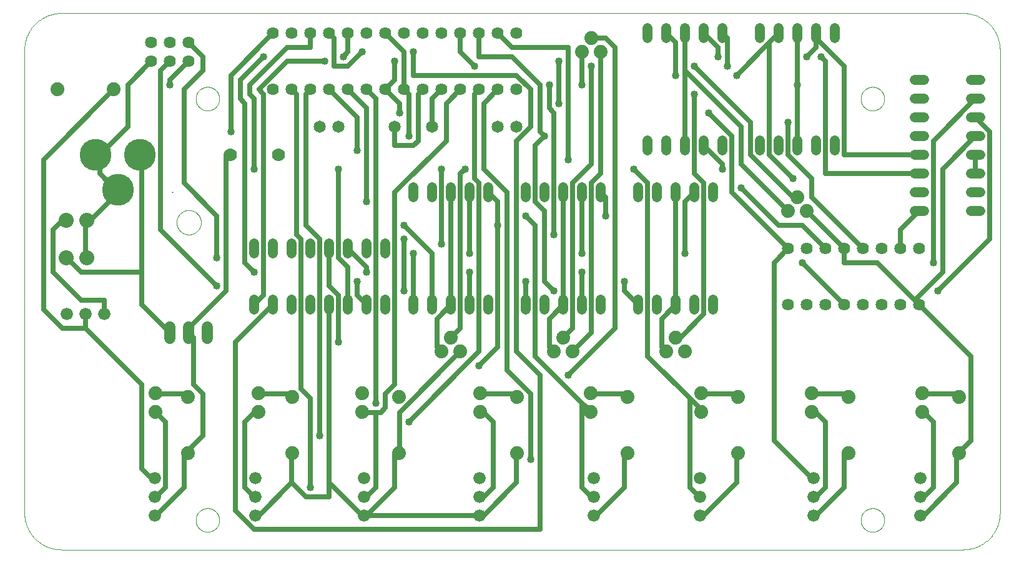
<source format=gtl>
G75*
%MOIN*%
%OFA0B0*%
%FSLAX25Y25*%
%IPPOS*%
%LPD*%
%AMOC8*
5,1,8,0,0,1.08239X$1,22.5*
%
%ADD10C,0.00004*%
%ADD11C,0.05200*%
%ADD12C,0.17000*%
%ADD13C,0.07400*%
%ADD14C,0.06000*%
%ADD15C,0.00000*%
%ADD16C,0.06400*%
%ADD17C,0.08000*%
%ADD18C,0.06500*%
%ADD19C,0.06600*%
%ADD20C,0.07000*%
%ADD21C,0.02500*%
%ADD22C,0.04000*%
D10*
X0020687Y0001002D02*
X0502141Y0001002D01*
X0502617Y0001008D01*
X0503092Y0001025D01*
X0503567Y0001054D01*
X0504041Y0001094D01*
X0504514Y0001146D01*
X0504985Y0001209D01*
X0505455Y0001283D01*
X0505923Y0001369D01*
X0506389Y0001466D01*
X0506852Y0001574D01*
X0507312Y0001693D01*
X0507770Y0001824D01*
X0508224Y0001965D01*
X0508675Y0002118D01*
X0509121Y0002281D01*
X0509564Y0002455D01*
X0510002Y0002640D01*
X0510436Y0002835D01*
X0510865Y0003041D01*
X0511289Y0003257D01*
X0511708Y0003483D01*
X0512121Y0003719D01*
X0512528Y0003965D01*
X0512929Y0004221D01*
X0513323Y0004487D01*
X0513712Y0004762D01*
X0514093Y0005046D01*
X0514467Y0005339D01*
X0514835Y0005641D01*
X0515195Y0005953D01*
X0515547Y0006272D01*
X0515891Y0006600D01*
X0516228Y0006937D01*
X0516556Y0007281D01*
X0516875Y0007633D01*
X0517187Y0007993D01*
X0517489Y0008361D01*
X0517782Y0008735D01*
X0518066Y0009116D01*
X0518341Y0009505D01*
X0518607Y0009899D01*
X0518863Y0010300D01*
X0519109Y0010707D01*
X0519345Y0011120D01*
X0519571Y0011539D01*
X0519787Y0011963D01*
X0519993Y0012392D01*
X0520188Y0012826D01*
X0520373Y0013264D01*
X0520547Y0013707D01*
X0520710Y0014153D01*
X0520863Y0014604D01*
X0521004Y0015058D01*
X0521135Y0015516D01*
X0521254Y0015976D01*
X0521362Y0016439D01*
X0521459Y0016905D01*
X0521545Y0017373D01*
X0521619Y0017843D01*
X0521682Y0018314D01*
X0521734Y0018787D01*
X0521774Y0019261D01*
X0521803Y0019736D01*
X0521820Y0020211D01*
X0521826Y0020687D01*
X0521826Y0267774D01*
X0521820Y0268250D01*
X0521803Y0268725D01*
X0521774Y0269200D01*
X0521734Y0269674D01*
X0521682Y0270147D01*
X0521619Y0270618D01*
X0521545Y0271088D01*
X0521459Y0271556D01*
X0521362Y0272022D01*
X0521254Y0272485D01*
X0521135Y0272945D01*
X0521004Y0273403D01*
X0520863Y0273857D01*
X0520710Y0274308D01*
X0520547Y0274754D01*
X0520373Y0275197D01*
X0520188Y0275635D01*
X0519993Y0276069D01*
X0519787Y0276498D01*
X0519571Y0276922D01*
X0519345Y0277341D01*
X0519109Y0277754D01*
X0518863Y0278161D01*
X0518607Y0278562D01*
X0518341Y0278956D01*
X0518066Y0279345D01*
X0517782Y0279726D01*
X0517489Y0280100D01*
X0517187Y0280468D01*
X0516875Y0280828D01*
X0516556Y0281180D01*
X0516228Y0281524D01*
X0515891Y0281861D01*
X0515547Y0282189D01*
X0515195Y0282508D01*
X0514835Y0282820D01*
X0514467Y0283122D01*
X0514093Y0283415D01*
X0513712Y0283699D01*
X0513323Y0283974D01*
X0512929Y0284240D01*
X0512528Y0284496D01*
X0512121Y0284742D01*
X0511708Y0284978D01*
X0511289Y0285204D01*
X0510865Y0285420D01*
X0510436Y0285626D01*
X0510002Y0285821D01*
X0509564Y0286006D01*
X0509121Y0286180D01*
X0508675Y0286343D01*
X0508224Y0286496D01*
X0507770Y0286637D01*
X0507312Y0286768D01*
X0506852Y0286887D01*
X0506389Y0286995D01*
X0505923Y0287092D01*
X0505455Y0287178D01*
X0504985Y0287252D01*
X0504514Y0287315D01*
X0504041Y0287367D01*
X0503567Y0287407D01*
X0503092Y0287436D01*
X0502617Y0287453D01*
X0502141Y0287459D01*
X0020687Y0287459D01*
X0020211Y0287453D01*
X0019736Y0287436D01*
X0019261Y0287407D01*
X0018787Y0287367D01*
X0018314Y0287315D01*
X0017843Y0287252D01*
X0017373Y0287178D01*
X0016905Y0287092D01*
X0016439Y0286995D01*
X0015976Y0286887D01*
X0015516Y0286768D01*
X0015058Y0286637D01*
X0014604Y0286496D01*
X0014153Y0286343D01*
X0013707Y0286180D01*
X0013264Y0286006D01*
X0012826Y0285821D01*
X0012392Y0285626D01*
X0011963Y0285420D01*
X0011539Y0285204D01*
X0011120Y0284978D01*
X0010707Y0284742D01*
X0010300Y0284496D01*
X0009899Y0284240D01*
X0009505Y0283974D01*
X0009116Y0283699D01*
X0008735Y0283415D01*
X0008361Y0283122D01*
X0007993Y0282820D01*
X0007633Y0282508D01*
X0007281Y0282189D01*
X0006937Y0281861D01*
X0006600Y0281524D01*
X0006272Y0281180D01*
X0005953Y0280828D01*
X0005641Y0280468D01*
X0005339Y0280100D01*
X0005046Y0279726D01*
X0004762Y0279345D01*
X0004487Y0278956D01*
X0004221Y0278562D01*
X0003965Y0278161D01*
X0003719Y0277754D01*
X0003483Y0277341D01*
X0003257Y0276922D01*
X0003041Y0276498D01*
X0002835Y0276069D01*
X0002640Y0275635D01*
X0002455Y0275197D01*
X0002281Y0274754D01*
X0002118Y0274308D01*
X0001965Y0273857D01*
X0001824Y0273403D01*
X0001693Y0272945D01*
X0001574Y0272485D01*
X0001466Y0272022D01*
X0001369Y0271556D01*
X0001283Y0271088D01*
X0001209Y0270618D01*
X0001146Y0270147D01*
X0001094Y0269674D01*
X0001054Y0269200D01*
X0001025Y0268725D01*
X0001008Y0268250D01*
X0001002Y0267774D01*
X0001002Y0020687D01*
X0001008Y0020211D01*
X0001025Y0019736D01*
X0001054Y0019261D01*
X0001094Y0018787D01*
X0001146Y0018314D01*
X0001209Y0017843D01*
X0001283Y0017373D01*
X0001369Y0016905D01*
X0001466Y0016439D01*
X0001574Y0015976D01*
X0001693Y0015516D01*
X0001824Y0015058D01*
X0001965Y0014604D01*
X0002118Y0014153D01*
X0002281Y0013707D01*
X0002455Y0013264D01*
X0002640Y0012826D01*
X0002835Y0012392D01*
X0003041Y0011963D01*
X0003257Y0011539D01*
X0003483Y0011120D01*
X0003719Y0010707D01*
X0003965Y0010300D01*
X0004221Y0009899D01*
X0004487Y0009505D01*
X0004762Y0009116D01*
X0005046Y0008735D01*
X0005339Y0008361D01*
X0005641Y0007993D01*
X0005953Y0007633D01*
X0006272Y0007281D01*
X0006600Y0006937D01*
X0006937Y0006600D01*
X0007281Y0006272D01*
X0007633Y0005953D01*
X0007993Y0005641D01*
X0008361Y0005339D01*
X0008735Y0005046D01*
X0009116Y0004762D01*
X0009505Y0004487D01*
X0009899Y0004221D01*
X0010300Y0003965D01*
X0010707Y0003719D01*
X0011120Y0003483D01*
X0011539Y0003257D01*
X0011963Y0003041D01*
X0012392Y0002835D01*
X0012826Y0002640D01*
X0013264Y0002455D01*
X0013707Y0002281D01*
X0014153Y0002118D01*
X0014604Y0001965D01*
X0015058Y0001824D01*
X0015516Y0001693D01*
X0015976Y0001574D01*
X0016439Y0001466D01*
X0016905Y0001369D01*
X0017373Y0001283D01*
X0017843Y0001209D01*
X0018314Y0001146D01*
X0018787Y0001094D01*
X0019261Y0001054D01*
X0019736Y0001025D01*
X0020211Y0001008D01*
X0020687Y0001002D01*
X0092492Y0016750D02*
X0092494Y0016908D01*
X0092500Y0017066D01*
X0092510Y0017224D01*
X0092524Y0017382D01*
X0092542Y0017539D01*
X0092563Y0017696D01*
X0092589Y0017852D01*
X0092619Y0018008D01*
X0092652Y0018163D01*
X0092690Y0018316D01*
X0092731Y0018469D01*
X0092776Y0018621D01*
X0092825Y0018772D01*
X0092878Y0018921D01*
X0092934Y0019069D01*
X0092994Y0019215D01*
X0093058Y0019360D01*
X0093126Y0019503D01*
X0093197Y0019645D01*
X0093271Y0019785D01*
X0093349Y0019922D01*
X0093431Y0020058D01*
X0093515Y0020192D01*
X0093604Y0020323D01*
X0093695Y0020452D01*
X0093790Y0020579D01*
X0093887Y0020704D01*
X0093988Y0020826D01*
X0094092Y0020945D01*
X0094199Y0021062D01*
X0094309Y0021176D01*
X0094422Y0021287D01*
X0094537Y0021396D01*
X0094655Y0021501D01*
X0094776Y0021603D01*
X0094899Y0021703D01*
X0095025Y0021799D01*
X0095153Y0021892D01*
X0095283Y0021982D01*
X0095416Y0022068D01*
X0095551Y0022152D01*
X0095687Y0022231D01*
X0095826Y0022308D01*
X0095967Y0022380D01*
X0096109Y0022450D01*
X0096253Y0022515D01*
X0096399Y0022577D01*
X0096546Y0022635D01*
X0096695Y0022690D01*
X0096845Y0022741D01*
X0096996Y0022788D01*
X0097148Y0022831D01*
X0097301Y0022870D01*
X0097456Y0022906D01*
X0097611Y0022937D01*
X0097767Y0022965D01*
X0097923Y0022989D01*
X0098080Y0023009D01*
X0098238Y0023025D01*
X0098395Y0023037D01*
X0098554Y0023045D01*
X0098712Y0023049D01*
X0098870Y0023049D01*
X0099028Y0023045D01*
X0099187Y0023037D01*
X0099344Y0023025D01*
X0099502Y0023009D01*
X0099659Y0022989D01*
X0099815Y0022965D01*
X0099971Y0022937D01*
X0100126Y0022906D01*
X0100281Y0022870D01*
X0100434Y0022831D01*
X0100586Y0022788D01*
X0100737Y0022741D01*
X0100887Y0022690D01*
X0101036Y0022635D01*
X0101183Y0022577D01*
X0101329Y0022515D01*
X0101473Y0022450D01*
X0101615Y0022380D01*
X0101756Y0022308D01*
X0101895Y0022231D01*
X0102031Y0022152D01*
X0102166Y0022068D01*
X0102299Y0021982D01*
X0102429Y0021892D01*
X0102557Y0021799D01*
X0102683Y0021703D01*
X0102806Y0021603D01*
X0102927Y0021501D01*
X0103045Y0021396D01*
X0103160Y0021287D01*
X0103273Y0021176D01*
X0103383Y0021062D01*
X0103490Y0020945D01*
X0103594Y0020826D01*
X0103695Y0020704D01*
X0103792Y0020579D01*
X0103887Y0020452D01*
X0103978Y0020323D01*
X0104067Y0020192D01*
X0104151Y0020058D01*
X0104233Y0019922D01*
X0104311Y0019785D01*
X0104385Y0019645D01*
X0104456Y0019503D01*
X0104524Y0019360D01*
X0104588Y0019215D01*
X0104648Y0019069D01*
X0104704Y0018921D01*
X0104757Y0018772D01*
X0104806Y0018621D01*
X0104851Y0018469D01*
X0104892Y0018316D01*
X0104930Y0018163D01*
X0104963Y0018008D01*
X0104993Y0017852D01*
X0105019Y0017696D01*
X0105040Y0017539D01*
X0105058Y0017382D01*
X0105072Y0017224D01*
X0105082Y0017066D01*
X0105088Y0016908D01*
X0105090Y0016750D01*
X0105088Y0016592D01*
X0105082Y0016434D01*
X0105072Y0016276D01*
X0105058Y0016118D01*
X0105040Y0015961D01*
X0105019Y0015804D01*
X0104993Y0015648D01*
X0104963Y0015492D01*
X0104930Y0015337D01*
X0104892Y0015184D01*
X0104851Y0015031D01*
X0104806Y0014879D01*
X0104757Y0014728D01*
X0104704Y0014579D01*
X0104648Y0014431D01*
X0104588Y0014285D01*
X0104524Y0014140D01*
X0104456Y0013997D01*
X0104385Y0013855D01*
X0104311Y0013715D01*
X0104233Y0013578D01*
X0104151Y0013442D01*
X0104067Y0013308D01*
X0103978Y0013177D01*
X0103887Y0013048D01*
X0103792Y0012921D01*
X0103695Y0012796D01*
X0103594Y0012674D01*
X0103490Y0012555D01*
X0103383Y0012438D01*
X0103273Y0012324D01*
X0103160Y0012213D01*
X0103045Y0012104D01*
X0102927Y0011999D01*
X0102806Y0011897D01*
X0102683Y0011797D01*
X0102557Y0011701D01*
X0102429Y0011608D01*
X0102299Y0011518D01*
X0102166Y0011432D01*
X0102031Y0011348D01*
X0101895Y0011269D01*
X0101756Y0011192D01*
X0101615Y0011120D01*
X0101473Y0011050D01*
X0101329Y0010985D01*
X0101183Y0010923D01*
X0101036Y0010865D01*
X0100887Y0010810D01*
X0100737Y0010759D01*
X0100586Y0010712D01*
X0100434Y0010669D01*
X0100281Y0010630D01*
X0100126Y0010594D01*
X0099971Y0010563D01*
X0099815Y0010535D01*
X0099659Y0010511D01*
X0099502Y0010491D01*
X0099344Y0010475D01*
X0099187Y0010463D01*
X0099028Y0010455D01*
X0098870Y0010451D01*
X0098712Y0010451D01*
X0098554Y0010455D01*
X0098395Y0010463D01*
X0098238Y0010475D01*
X0098080Y0010491D01*
X0097923Y0010511D01*
X0097767Y0010535D01*
X0097611Y0010563D01*
X0097456Y0010594D01*
X0097301Y0010630D01*
X0097148Y0010669D01*
X0096996Y0010712D01*
X0096845Y0010759D01*
X0096695Y0010810D01*
X0096546Y0010865D01*
X0096399Y0010923D01*
X0096253Y0010985D01*
X0096109Y0011050D01*
X0095967Y0011120D01*
X0095826Y0011192D01*
X0095687Y0011269D01*
X0095551Y0011348D01*
X0095416Y0011432D01*
X0095283Y0011518D01*
X0095153Y0011608D01*
X0095025Y0011701D01*
X0094899Y0011797D01*
X0094776Y0011897D01*
X0094655Y0011999D01*
X0094537Y0012104D01*
X0094422Y0012213D01*
X0094309Y0012324D01*
X0094199Y0012438D01*
X0094092Y0012555D01*
X0093988Y0012674D01*
X0093887Y0012796D01*
X0093790Y0012921D01*
X0093695Y0013048D01*
X0093604Y0013177D01*
X0093515Y0013308D01*
X0093431Y0013442D01*
X0093349Y0013578D01*
X0093271Y0013715D01*
X0093197Y0013855D01*
X0093126Y0013997D01*
X0093058Y0014140D01*
X0092994Y0014285D01*
X0092934Y0014431D01*
X0092878Y0014579D01*
X0092825Y0014728D01*
X0092776Y0014879D01*
X0092731Y0015031D01*
X0092690Y0015184D01*
X0092652Y0015337D01*
X0092619Y0015492D01*
X0092589Y0015648D01*
X0092563Y0015804D01*
X0092542Y0015961D01*
X0092524Y0016118D01*
X0092510Y0016276D01*
X0092500Y0016434D01*
X0092494Y0016592D01*
X0092492Y0016750D01*
X0080005Y0191704D02*
X0079978Y0191706D01*
X0079951Y0191711D01*
X0079925Y0191721D01*
X0079901Y0191733D01*
X0079879Y0191749D01*
X0079859Y0191767D01*
X0079842Y0191789D01*
X0079827Y0191812D01*
X0079817Y0191837D01*
X0079809Y0191863D01*
X0079805Y0191890D01*
X0079805Y0191918D01*
X0079809Y0191945D01*
X0079817Y0191971D01*
X0079827Y0191996D01*
X0079842Y0192019D01*
X0079859Y0192041D01*
X0079879Y0192059D01*
X0079901Y0192075D01*
X0079925Y0192087D01*
X0079951Y0192097D01*
X0079978Y0192102D01*
X0080005Y0192104D01*
X0079978Y0192102D01*
X0079951Y0192097D01*
X0079925Y0192087D01*
X0079901Y0192075D01*
X0079879Y0192059D01*
X0079859Y0192041D01*
X0079842Y0192019D01*
X0079827Y0191996D01*
X0079817Y0191971D01*
X0079809Y0191945D01*
X0079805Y0191918D01*
X0079805Y0191890D01*
X0079809Y0191863D01*
X0079817Y0191837D01*
X0079827Y0191812D01*
X0079842Y0191789D01*
X0079859Y0191767D01*
X0079879Y0191749D01*
X0079901Y0191733D01*
X0079925Y0191721D01*
X0079951Y0191711D01*
X0079978Y0191706D01*
X0080005Y0191704D01*
X0080031Y0191706D01*
X0080057Y0191711D01*
X0080082Y0191719D01*
X0080105Y0191731D01*
X0080127Y0191745D01*
X0080146Y0191763D01*
X0080164Y0191782D01*
X0080178Y0191804D01*
X0080190Y0191827D01*
X0080198Y0191852D01*
X0080203Y0191878D01*
X0080205Y0191904D01*
X0080005Y0191704D02*
X0079979Y0191706D01*
X0079953Y0191711D01*
X0079928Y0191719D01*
X0079905Y0191731D01*
X0079883Y0191745D01*
X0079864Y0191763D01*
X0079846Y0191782D01*
X0079832Y0191804D01*
X0079820Y0191827D01*
X0079812Y0191852D01*
X0079807Y0191878D01*
X0079805Y0191904D01*
X0092492Y0241750D02*
X0092494Y0241908D01*
X0092500Y0242066D01*
X0092510Y0242224D01*
X0092524Y0242382D01*
X0092542Y0242539D01*
X0092563Y0242696D01*
X0092589Y0242852D01*
X0092619Y0243008D01*
X0092652Y0243163D01*
X0092690Y0243316D01*
X0092731Y0243469D01*
X0092776Y0243621D01*
X0092825Y0243772D01*
X0092878Y0243921D01*
X0092934Y0244069D01*
X0092994Y0244215D01*
X0093058Y0244360D01*
X0093126Y0244503D01*
X0093197Y0244645D01*
X0093271Y0244785D01*
X0093349Y0244922D01*
X0093431Y0245058D01*
X0093515Y0245192D01*
X0093604Y0245323D01*
X0093695Y0245452D01*
X0093790Y0245579D01*
X0093887Y0245704D01*
X0093988Y0245826D01*
X0094092Y0245945D01*
X0094199Y0246062D01*
X0094309Y0246176D01*
X0094422Y0246287D01*
X0094537Y0246396D01*
X0094655Y0246501D01*
X0094776Y0246603D01*
X0094899Y0246703D01*
X0095025Y0246799D01*
X0095153Y0246892D01*
X0095283Y0246982D01*
X0095416Y0247068D01*
X0095551Y0247152D01*
X0095687Y0247231D01*
X0095826Y0247308D01*
X0095967Y0247380D01*
X0096109Y0247450D01*
X0096253Y0247515D01*
X0096399Y0247577D01*
X0096546Y0247635D01*
X0096695Y0247690D01*
X0096845Y0247741D01*
X0096996Y0247788D01*
X0097148Y0247831D01*
X0097301Y0247870D01*
X0097456Y0247906D01*
X0097611Y0247937D01*
X0097767Y0247965D01*
X0097923Y0247989D01*
X0098080Y0248009D01*
X0098238Y0248025D01*
X0098395Y0248037D01*
X0098554Y0248045D01*
X0098712Y0248049D01*
X0098870Y0248049D01*
X0099028Y0248045D01*
X0099187Y0248037D01*
X0099344Y0248025D01*
X0099502Y0248009D01*
X0099659Y0247989D01*
X0099815Y0247965D01*
X0099971Y0247937D01*
X0100126Y0247906D01*
X0100281Y0247870D01*
X0100434Y0247831D01*
X0100586Y0247788D01*
X0100737Y0247741D01*
X0100887Y0247690D01*
X0101036Y0247635D01*
X0101183Y0247577D01*
X0101329Y0247515D01*
X0101473Y0247450D01*
X0101615Y0247380D01*
X0101756Y0247308D01*
X0101895Y0247231D01*
X0102031Y0247152D01*
X0102166Y0247068D01*
X0102299Y0246982D01*
X0102429Y0246892D01*
X0102557Y0246799D01*
X0102683Y0246703D01*
X0102806Y0246603D01*
X0102927Y0246501D01*
X0103045Y0246396D01*
X0103160Y0246287D01*
X0103273Y0246176D01*
X0103383Y0246062D01*
X0103490Y0245945D01*
X0103594Y0245826D01*
X0103695Y0245704D01*
X0103792Y0245579D01*
X0103887Y0245452D01*
X0103978Y0245323D01*
X0104067Y0245192D01*
X0104151Y0245058D01*
X0104233Y0244922D01*
X0104311Y0244785D01*
X0104385Y0244645D01*
X0104456Y0244503D01*
X0104524Y0244360D01*
X0104588Y0244215D01*
X0104648Y0244069D01*
X0104704Y0243921D01*
X0104757Y0243772D01*
X0104806Y0243621D01*
X0104851Y0243469D01*
X0104892Y0243316D01*
X0104930Y0243163D01*
X0104963Y0243008D01*
X0104993Y0242852D01*
X0105019Y0242696D01*
X0105040Y0242539D01*
X0105058Y0242382D01*
X0105072Y0242224D01*
X0105082Y0242066D01*
X0105088Y0241908D01*
X0105090Y0241750D01*
X0105088Y0241592D01*
X0105082Y0241434D01*
X0105072Y0241276D01*
X0105058Y0241118D01*
X0105040Y0240961D01*
X0105019Y0240804D01*
X0104993Y0240648D01*
X0104963Y0240492D01*
X0104930Y0240337D01*
X0104892Y0240184D01*
X0104851Y0240031D01*
X0104806Y0239879D01*
X0104757Y0239728D01*
X0104704Y0239579D01*
X0104648Y0239431D01*
X0104588Y0239285D01*
X0104524Y0239140D01*
X0104456Y0238997D01*
X0104385Y0238855D01*
X0104311Y0238715D01*
X0104233Y0238578D01*
X0104151Y0238442D01*
X0104067Y0238308D01*
X0103978Y0238177D01*
X0103887Y0238048D01*
X0103792Y0237921D01*
X0103695Y0237796D01*
X0103594Y0237674D01*
X0103490Y0237555D01*
X0103383Y0237438D01*
X0103273Y0237324D01*
X0103160Y0237213D01*
X0103045Y0237104D01*
X0102927Y0236999D01*
X0102806Y0236897D01*
X0102683Y0236797D01*
X0102557Y0236701D01*
X0102429Y0236608D01*
X0102299Y0236518D01*
X0102166Y0236432D01*
X0102031Y0236348D01*
X0101895Y0236269D01*
X0101756Y0236192D01*
X0101615Y0236120D01*
X0101473Y0236050D01*
X0101329Y0235985D01*
X0101183Y0235923D01*
X0101036Y0235865D01*
X0100887Y0235810D01*
X0100737Y0235759D01*
X0100586Y0235712D01*
X0100434Y0235669D01*
X0100281Y0235630D01*
X0100126Y0235594D01*
X0099971Y0235563D01*
X0099815Y0235535D01*
X0099659Y0235511D01*
X0099502Y0235491D01*
X0099344Y0235475D01*
X0099187Y0235463D01*
X0099028Y0235455D01*
X0098870Y0235451D01*
X0098712Y0235451D01*
X0098554Y0235455D01*
X0098395Y0235463D01*
X0098238Y0235475D01*
X0098080Y0235491D01*
X0097923Y0235511D01*
X0097767Y0235535D01*
X0097611Y0235563D01*
X0097456Y0235594D01*
X0097301Y0235630D01*
X0097148Y0235669D01*
X0096996Y0235712D01*
X0096845Y0235759D01*
X0096695Y0235810D01*
X0096546Y0235865D01*
X0096399Y0235923D01*
X0096253Y0235985D01*
X0096109Y0236050D01*
X0095967Y0236120D01*
X0095826Y0236192D01*
X0095687Y0236269D01*
X0095551Y0236348D01*
X0095416Y0236432D01*
X0095283Y0236518D01*
X0095153Y0236608D01*
X0095025Y0236701D01*
X0094899Y0236797D01*
X0094776Y0236897D01*
X0094655Y0236999D01*
X0094537Y0237104D01*
X0094422Y0237213D01*
X0094309Y0237324D01*
X0094199Y0237438D01*
X0094092Y0237555D01*
X0093988Y0237674D01*
X0093887Y0237796D01*
X0093790Y0237921D01*
X0093695Y0238048D01*
X0093604Y0238177D01*
X0093515Y0238308D01*
X0093431Y0238442D01*
X0093349Y0238578D01*
X0093271Y0238715D01*
X0093197Y0238855D01*
X0093126Y0238997D01*
X0093058Y0239140D01*
X0092994Y0239285D01*
X0092934Y0239431D01*
X0092878Y0239579D01*
X0092825Y0239728D01*
X0092776Y0239879D01*
X0092731Y0240031D01*
X0092690Y0240184D01*
X0092652Y0240337D01*
X0092619Y0240492D01*
X0092589Y0240648D01*
X0092563Y0240804D01*
X0092542Y0240961D01*
X0092524Y0241118D01*
X0092510Y0241276D01*
X0092500Y0241434D01*
X0092494Y0241592D01*
X0092492Y0241750D01*
X0447492Y0241750D02*
X0447494Y0241908D01*
X0447500Y0242066D01*
X0447510Y0242224D01*
X0447524Y0242382D01*
X0447542Y0242539D01*
X0447563Y0242696D01*
X0447589Y0242852D01*
X0447619Y0243008D01*
X0447652Y0243163D01*
X0447690Y0243316D01*
X0447731Y0243469D01*
X0447776Y0243621D01*
X0447825Y0243772D01*
X0447878Y0243921D01*
X0447934Y0244069D01*
X0447994Y0244215D01*
X0448058Y0244360D01*
X0448126Y0244503D01*
X0448197Y0244645D01*
X0448271Y0244785D01*
X0448349Y0244922D01*
X0448431Y0245058D01*
X0448515Y0245192D01*
X0448604Y0245323D01*
X0448695Y0245452D01*
X0448790Y0245579D01*
X0448887Y0245704D01*
X0448988Y0245826D01*
X0449092Y0245945D01*
X0449199Y0246062D01*
X0449309Y0246176D01*
X0449422Y0246287D01*
X0449537Y0246396D01*
X0449655Y0246501D01*
X0449776Y0246603D01*
X0449899Y0246703D01*
X0450025Y0246799D01*
X0450153Y0246892D01*
X0450283Y0246982D01*
X0450416Y0247068D01*
X0450551Y0247152D01*
X0450687Y0247231D01*
X0450826Y0247308D01*
X0450967Y0247380D01*
X0451109Y0247450D01*
X0451253Y0247515D01*
X0451399Y0247577D01*
X0451546Y0247635D01*
X0451695Y0247690D01*
X0451845Y0247741D01*
X0451996Y0247788D01*
X0452148Y0247831D01*
X0452301Y0247870D01*
X0452456Y0247906D01*
X0452611Y0247937D01*
X0452767Y0247965D01*
X0452923Y0247989D01*
X0453080Y0248009D01*
X0453238Y0248025D01*
X0453395Y0248037D01*
X0453554Y0248045D01*
X0453712Y0248049D01*
X0453870Y0248049D01*
X0454028Y0248045D01*
X0454187Y0248037D01*
X0454344Y0248025D01*
X0454502Y0248009D01*
X0454659Y0247989D01*
X0454815Y0247965D01*
X0454971Y0247937D01*
X0455126Y0247906D01*
X0455281Y0247870D01*
X0455434Y0247831D01*
X0455586Y0247788D01*
X0455737Y0247741D01*
X0455887Y0247690D01*
X0456036Y0247635D01*
X0456183Y0247577D01*
X0456329Y0247515D01*
X0456473Y0247450D01*
X0456615Y0247380D01*
X0456756Y0247308D01*
X0456895Y0247231D01*
X0457031Y0247152D01*
X0457166Y0247068D01*
X0457299Y0246982D01*
X0457429Y0246892D01*
X0457557Y0246799D01*
X0457683Y0246703D01*
X0457806Y0246603D01*
X0457927Y0246501D01*
X0458045Y0246396D01*
X0458160Y0246287D01*
X0458273Y0246176D01*
X0458383Y0246062D01*
X0458490Y0245945D01*
X0458594Y0245826D01*
X0458695Y0245704D01*
X0458792Y0245579D01*
X0458887Y0245452D01*
X0458978Y0245323D01*
X0459067Y0245192D01*
X0459151Y0245058D01*
X0459233Y0244922D01*
X0459311Y0244785D01*
X0459385Y0244645D01*
X0459456Y0244503D01*
X0459524Y0244360D01*
X0459588Y0244215D01*
X0459648Y0244069D01*
X0459704Y0243921D01*
X0459757Y0243772D01*
X0459806Y0243621D01*
X0459851Y0243469D01*
X0459892Y0243316D01*
X0459930Y0243163D01*
X0459963Y0243008D01*
X0459993Y0242852D01*
X0460019Y0242696D01*
X0460040Y0242539D01*
X0460058Y0242382D01*
X0460072Y0242224D01*
X0460082Y0242066D01*
X0460088Y0241908D01*
X0460090Y0241750D01*
X0460088Y0241592D01*
X0460082Y0241434D01*
X0460072Y0241276D01*
X0460058Y0241118D01*
X0460040Y0240961D01*
X0460019Y0240804D01*
X0459993Y0240648D01*
X0459963Y0240492D01*
X0459930Y0240337D01*
X0459892Y0240184D01*
X0459851Y0240031D01*
X0459806Y0239879D01*
X0459757Y0239728D01*
X0459704Y0239579D01*
X0459648Y0239431D01*
X0459588Y0239285D01*
X0459524Y0239140D01*
X0459456Y0238997D01*
X0459385Y0238855D01*
X0459311Y0238715D01*
X0459233Y0238578D01*
X0459151Y0238442D01*
X0459067Y0238308D01*
X0458978Y0238177D01*
X0458887Y0238048D01*
X0458792Y0237921D01*
X0458695Y0237796D01*
X0458594Y0237674D01*
X0458490Y0237555D01*
X0458383Y0237438D01*
X0458273Y0237324D01*
X0458160Y0237213D01*
X0458045Y0237104D01*
X0457927Y0236999D01*
X0457806Y0236897D01*
X0457683Y0236797D01*
X0457557Y0236701D01*
X0457429Y0236608D01*
X0457299Y0236518D01*
X0457166Y0236432D01*
X0457031Y0236348D01*
X0456895Y0236269D01*
X0456756Y0236192D01*
X0456615Y0236120D01*
X0456473Y0236050D01*
X0456329Y0235985D01*
X0456183Y0235923D01*
X0456036Y0235865D01*
X0455887Y0235810D01*
X0455737Y0235759D01*
X0455586Y0235712D01*
X0455434Y0235669D01*
X0455281Y0235630D01*
X0455126Y0235594D01*
X0454971Y0235563D01*
X0454815Y0235535D01*
X0454659Y0235511D01*
X0454502Y0235491D01*
X0454344Y0235475D01*
X0454187Y0235463D01*
X0454028Y0235455D01*
X0453870Y0235451D01*
X0453712Y0235451D01*
X0453554Y0235455D01*
X0453395Y0235463D01*
X0453238Y0235475D01*
X0453080Y0235491D01*
X0452923Y0235511D01*
X0452767Y0235535D01*
X0452611Y0235563D01*
X0452456Y0235594D01*
X0452301Y0235630D01*
X0452148Y0235669D01*
X0451996Y0235712D01*
X0451845Y0235759D01*
X0451695Y0235810D01*
X0451546Y0235865D01*
X0451399Y0235923D01*
X0451253Y0235985D01*
X0451109Y0236050D01*
X0450967Y0236120D01*
X0450826Y0236192D01*
X0450687Y0236269D01*
X0450551Y0236348D01*
X0450416Y0236432D01*
X0450283Y0236518D01*
X0450153Y0236608D01*
X0450025Y0236701D01*
X0449899Y0236797D01*
X0449776Y0236897D01*
X0449655Y0236999D01*
X0449537Y0237104D01*
X0449422Y0237213D01*
X0449309Y0237324D01*
X0449199Y0237438D01*
X0449092Y0237555D01*
X0448988Y0237674D01*
X0448887Y0237796D01*
X0448790Y0237921D01*
X0448695Y0238048D01*
X0448604Y0238177D01*
X0448515Y0238308D01*
X0448431Y0238442D01*
X0448349Y0238578D01*
X0448271Y0238715D01*
X0448197Y0238855D01*
X0448126Y0238997D01*
X0448058Y0239140D01*
X0447994Y0239285D01*
X0447934Y0239431D01*
X0447878Y0239579D01*
X0447825Y0239728D01*
X0447776Y0239879D01*
X0447731Y0240031D01*
X0447690Y0240184D01*
X0447652Y0240337D01*
X0447619Y0240492D01*
X0447589Y0240648D01*
X0447563Y0240804D01*
X0447542Y0240961D01*
X0447524Y0241118D01*
X0447510Y0241276D01*
X0447500Y0241434D01*
X0447494Y0241592D01*
X0447492Y0241750D01*
X0447492Y0016750D02*
X0447494Y0016908D01*
X0447500Y0017066D01*
X0447510Y0017224D01*
X0447524Y0017382D01*
X0447542Y0017539D01*
X0447563Y0017696D01*
X0447589Y0017852D01*
X0447619Y0018008D01*
X0447652Y0018163D01*
X0447690Y0018316D01*
X0447731Y0018469D01*
X0447776Y0018621D01*
X0447825Y0018772D01*
X0447878Y0018921D01*
X0447934Y0019069D01*
X0447994Y0019215D01*
X0448058Y0019360D01*
X0448126Y0019503D01*
X0448197Y0019645D01*
X0448271Y0019785D01*
X0448349Y0019922D01*
X0448431Y0020058D01*
X0448515Y0020192D01*
X0448604Y0020323D01*
X0448695Y0020452D01*
X0448790Y0020579D01*
X0448887Y0020704D01*
X0448988Y0020826D01*
X0449092Y0020945D01*
X0449199Y0021062D01*
X0449309Y0021176D01*
X0449422Y0021287D01*
X0449537Y0021396D01*
X0449655Y0021501D01*
X0449776Y0021603D01*
X0449899Y0021703D01*
X0450025Y0021799D01*
X0450153Y0021892D01*
X0450283Y0021982D01*
X0450416Y0022068D01*
X0450551Y0022152D01*
X0450687Y0022231D01*
X0450826Y0022308D01*
X0450967Y0022380D01*
X0451109Y0022450D01*
X0451253Y0022515D01*
X0451399Y0022577D01*
X0451546Y0022635D01*
X0451695Y0022690D01*
X0451845Y0022741D01*
X0451996Y0022788D01*
X0452148Y0022831D01*
X0452301Y0022870D01*
X0452456Y0022906D01*
X0452611Y0022937D01*
X0452767Y0022965D01*
X0452923Y0022989D01*
X0453080Y0023009D01*
X0453238Y0023025D01*
X0453395Y0023037D01*
X0453554Y0023045D01*
X0453712Y0023049D01*
X0453870Y0023049D01*
X0454028Y0023045D01*
X0454187Y0023037D01*
X0454344Y0023025D01*
X0454502Y0023009D01*
X0454659Y0022989D01*
X0454815Y0022965D01*
X0454971Y0022937D01*
X0455126Y0022906D01*
X0455281Y0022870D01*
X0455434Y0022831D01*
X0455586Y0022788D01*
X0455737Y0022741D01*
X0455887Y0022690D01*
X0456036Y0022635D01*
X0456183Y0022577D01*
X0456329Y0022515D01*
X0456473Y0022450D01*
X0456615Y0022380D01*
X0456756Y0022308D01*
X0456895Y0022231D01*
X0457031Y0022152D01*
X0457166Y0022068D01*
X0457299Y0021982D01*
X0457429Y0021892D01*
X0457557Y0021799D01*
X0457683Y0021703D01*
X0457806Y0021603D01*
X0457927Y0021501D01*
X0458045Y0021396D01*
X0458160Y0021287D01*
X0458273Y0021176D01*
X0458383Y0021062D01*
X0458490Y0020945D01*
X0458594Y0020826D01*
X0458695Y0020704D01*
X0458792Y0020579D01*
X0458887Y0020452D01*
X0458978Y0020323D01*
X0459067Y0020192D01*
X0459151Y0020058D01*
X0459233Y0019922D01*
X0459311Y0019785D01*
X0459385Y0019645D01*
X0459456Y0019503D01*
X0459524Y0019360D01*
X0459588Y0019215D01*
X0459648Y0019069D01*
X0459704Y0018921D01*
X0459757Y0018772D01*
X0459806Y0018621D01*
X0459851Y0018469D01*
X0459892Y0018316D01*
X0459930Y0018163D01*
X0459963Y0018008D01*
X0459993Y0017852D01*
X0460019Y0017696D01*
X0460040Y0017539D01*
X0460058Y0017382D01*
X0460072Y0017224D01*
X0460082Y0017066D01*
X0460088Y0016908D01*
X0460090Y0016750D01*
X0460088Y0016592D01*
X0460082Y0016434D01*
X0460072Y0016276D01*
X0460058Y0016118D01*
X0460040Y0015961D01*
X0460019Y0015804D01*
X0459993Y0015648D01*
X0459963Y0015492D01*
X0459930Y0015337D01*
X0459892Y0015184D01*
X0459851Y0015031D01*
X0459806Y0014879D01*
X0459757Y0014728D01*
X0459704Y0014579D01*
X0459648Y0014431D01*
X0459588Y0014285D01*
X0459524Y0014140D01*
X0459456Y0013997D01*
X0459385Y0013855D01*
X0459311Y0013715D01*
X0459233Y0013578D01*
X0459151Y0013442D01*
X0459067Y0013308D01*
X0458978Y0013177D01*
X0458887Y0013048D01*
X0458792Y0012921D01*
X0458695Y0012796D01*
X0458594Y0012674D01*
X0458490Y0012555D01*
X0458383Y0012438D01*
X0458273Y0012324D01*
X0458160Y0012213D01*
X0458045Y0012104D01*
X0457927Y0011999D01*
X0457806Y0011897D01*
X0457683Y0011797D01*
X0457557Y0011701D01*
X0457429Y0011608D01*
X0457299Y0011518D01*
X0457166Y0011432D01*
X0457031Y0011348D01*
X0456895Y0011269D01*
X0456756Y0011192D01*
X0456615Y0011120D01*
X0456473Y0011050D01*
X0456329Y0010985D01*
X0456183Y0010923D01*
X0456036Y0010865D01*
X0455887Y0010810D01*
X0455737Y0010759D01*
X0455586Y0010712D01*
X0455434Y0010669D01*
X0455281Y0010630D01*
X0455126Y0010594D01*
X0454971Y0010563D01*
X0454815Y0010535D01*
X0454659Y0010511D01*
X0454502Y0010491D01*
X0454344Y0010475D01*
X0454187Y0010463D01*
X0454028Y0010455D01*
X0453870Y0010451D01*
X0453712Y0010451D01*
X0453554Y0010455D01*
X0453395Y0010463D01*
X0453238Y0010475D01*
X0453080Y0010491D01*
X0452923Y0010511D01*
X0452767Y0010535D01*
X0452611Y0010563D01*
X0452456Y0010594D01*
X0452301Y0010630D01*
X0452148Y0010669D01*
X0451996Y0010712D01*
X0451845Y0010759D01*
X0451695Y0010810D01*
X0451546Y0010865D01*
X0451399Y0010923D01*
X0451253Y0010985D01*
X0451109Y0011050D01*
X0450967Y0011120D01*
X0450826Y0011192D01*
X0450687Y0011269D01*
X0450551Y0011348D01*
X0450416Y0011432D01*
X0450283Y0011518D01*
X0450153Y0011608D01*
X0450025Y0011701D01*
X0449899Y0011797D01*
X0449776Y0011897D01*
X0449655Y0011999D01*
X0449537Y0012104D01*
X0449422Y0012213D01*
X0449309Y0012324D01*
X0449199Y0012438D01*
X0449092Y0012555D01*
X0448988Y0012674D01*
X0448887Y0012796D01*
X0448790Y0012921D01*
X0448695Y0013048D01*
X0448604Y0013177D01*
X0448515Y0013308D01*
X0448431Y0013442D01*
X0448349Y0013578D01*
X0448271Y0013715D01*
X0448197Y0013855D01*
X0448126Y0013997D01*
X0448058Y0014140D01*
X0447994Y0014285D01*
X0447934Y0014431D01*
X0447878Y0014579D01*
X0447825Y0014728D01*
X0447776Y0014879D01*
X0447731Y0015031D01*
X0447690Y0015184D01*
X0447652Y0015337D01*
X0447619Y0015492D01*
X0447589Y0015648D01*
X0447563Y0015804D01*
X0447542Y0015961D01*
X0447524Y0016118D01*
X0447510Y0016276D01*
X0447500Y0016434D01*
X0447494Y0016592D01*
X0447492Y0016750D01*
D11*
X0368791Y0129150D02*
X0368791Y0134350D01*
X0358791Y0134350D02*
X0358791Y0129150D01*
X0348791Y0129150D02*
X0348791Y0134350D01*
X0338791Y0134350D02*
X0338791Y0129150D01*
X0328791Y0129150D02*
X0328791Y0134350D01*
X0308791Y0134350D02*
X0308791Y0129150D01*
X0298791Y0129150D02*
X0298791Y0134350D01*
X0288791Y0134350D02*
X0288791Y0129150D01*
X0278791Y0129150D02*
X0278791Y0134350D01*
X0268791Y0134350D02*
X0268791Y0129150D01*
X0248791Y0129150D02*
X0248791Y0134350D01*
X0238791Y0134350D02*
X0238791Y0129150D01*
X0228791Y0129150D02*
X0228791Y0134350D01*
X0218791Y0134350D02*
X0218791Y0129150D01*
X0208791Y0129150D02*
X0208791Y0134350D01*
X0193791Y0134350D02*
X0193791Y0129150D01*
X0183791Y0129150D02*
X0183791Y0134350D01*
X0173791Y0134350D02*
X0173791Y0129150D01*
X0163791Y0129150D02*
X0163791Y0134350D01*
X0153791Y0134350D02*
X0153791Y0129150D01*
X0143791Y0129150D02*
X0143791Y0134350D01*
X0133791Y0134350D02*
X0133791Y0129150D01*
X0123791Y0129150D02*
X0123791Y0134350D01*
X0123791Y0159150D02*
X0123791Y0164350D01*
X0133791Y0164350D02*
X0133791Y0159150D01*
X0143791Y0159150D02*
X0143791Y0164350D01*
X0153791Y0164350D02*
X0153791Y0159150D01*
X0163791Y0159150D02*
X0163791Y0164350D01*
X0173791Y0164350D02*
X0173791Y0159150D01*
X0183791Y0159150D02*
X0183791Y0164350D01*
X0193791Y0164350D02*
X0193791Y0159150D01*
X0208791Y0189150D02*
X0208791Y0194350D01*
X0218791Y0194350D02*
X0218791Y0189150D01*
X0228791Y0189150D02*
X0228791Y0194350D01*
X0238791Y0194350D02*
X0238791Y0189150D01*
X0248791Y0189150D02*
X0248791Y0194350D01*
X0268791Y0194350D02*
X0268791Y0189150D01*
X0278791Y0189150D02*
X0278791Y0194350D01*
X0288791Y0194350D02*
X0288791Y0189150D01*
X0298791Y0189150D02*
X0298791Y0194350D01*
X0308791Y0194350D02*
X0308791Y0189150D01*
X0328791Y0189150D02*
X0328791Y0194350D01*
X0338791Y0194350D02*
X0338791Y0189150D01*
X0348791Y0189150D02*
X0348791Y0194350D01*
X0358791Y0194350D02*
X0358791Y0189150D01*
X0368791Y0189150D02*
X0368791Y0194350D01*
X0363791Y0214150D02*
X0363791Y0219350D01*
X0353791Y0219350D02*
X0353791Y0214150D01*
X0343791Y0214150D02*
X0343791Y0219350D01*
X0333791Y0219350D02*
X0333791Y0214150D01*
X0373791Y0214150D02*
X0373791Y0219350D01*
X0393791Y0219350D02*
X0393791Y0214150D01*
X0403791Y0214150D02*
X0403791Y0219350D01*
X0413791Y0219350D02*
X0413791Y0214150D01*
X0423791Y0214150D02*
X0423791Y0219350D01*
X0433791Y0219350D02*
X0433791Y0214150D01*
X0476191Y0211750D02*
X0481391Y0211750D01*
X0481391Y0221750D02*
X0476191Y0221750D01*
X0476191Y0231750D02*
X0481391Y0231750D01*
X0481391Y0241750D02*
X0476191Y0241750D01*
X0476191Y0251750D02*
X0481391Y0251750D01*
X0506191Y0251750D02*
X0511391Y0251750D01*
X0511391Y0241750D02*
X0506191Y0241750D01*
X0506191Y0231750D02*
X0511391Y0231750D01*
X0511391Y0221750D02*
X0506191Y0221750D01*
X0506191Y0211750D02*
X0511391Y0211750D01*
X0511391Y0201750D02*
X0506191Y0201750D01*
X0506191Y0191750D02*
X0511391Y0191750D01*
X0511391Y0181750D02*
X0506191Y0181750D01*
X0481391Y0181750D02*
X0476191Y0181750D01*
X0476191Y0191750D02*
X0481391Y0191750D01*
X0481391Y0201750D02*
X0476191Y0201750D01*
X0433791Y0274150D02*
X0433791Y0279350D01*
X0423791Y0279350D02*
X0423791Y0274150D01*
X0413791Y0274150D02*
X0413791Y0279350D01*
X0403791Y0279350D02*
X0403791Y0274150D01*
X0393791Y0274150D02*
X0393791Y0279350D01*
X0373791Y0279350D02*
X0373791Y0274150D01*
X0363791Y0274150D02*
X0363791Y0279350D01*
X0353791Y0279350D02*
X0353791Y0274150D01*
X0343791Y0274150D02*
X0343791Y0279350D01*
X0333791Y0279350D02*
X0333791Y0274150D01*
D12*
X0062728Y0211750D03*
X0039106Y0211750D03*
X0050917Y0193246D03*
D13*
X0048791Y0246750D03*
X0018791Y0246750D03*
X0228791Y0114250D03*
X0223791Y0106750D03*
X0233791Y0106750D03*
X0244145Y0084427D03*
X0244145Y0074427D03*
X0263830Y0082616D03*
X0303201Y0084427D03*
X0303201Y0074427D03*
X0322886Y0082616D03*
X0343791Y0106750D03*
X0353791Y0106750D03*
X0348791Y0114250D03*
X0362256Y0084427D03*
X0362256Y0074427D03*
X0381941Y0082616D03*
X0421311Y0084427D03*
X0421311Y0074427D03*
X0440996Y0082616D03*
X0480366Y0084427D03*
X0480366Y0074427D03*
X0500051Y0082616D03*
X0500051Y0052616D03*
X0440996Y0052616D03*
X0381941Y0052616D03*
X0322886Y0052616D03*
X0263830Y0052616D03*
X0200838Y0052616D03*
X0181153Y0074427D03*
X0181153Y0084427D03*
X0200838Y0082616D03*
X0143983Y0082616D03*
X0126035Y0084427D03*
X0126035Y0074427D03*
X0143983Y0052616D03*
X0088365Y0052616D03*
X0070917Y0074427D03*
X0088365Y0082616D03*
X0070917Y0084427D03*
X0283791Y0106750D03*
X0293791Y0106750D03*
X0288791Y0114250D03*
X0408791Y0181750D03*
X0418791Y0181750D03*
X0413791Y0189250D03*
X0308791Y0266750D03*
X0303791Y0274250D03*
X0298791Y0266750D03*
D14*
X0098791Y0119750D02*
X0098791Y0113750D01*
X0088791Y0113750D02*
X0088791Y0119750D01*
X0078791Y0119750D02*
X0078791Y0113750D01*
D15*
X0082291Y0175750D02*
X0082293Y0175911D01*
X0082299Y0176071D01*
X0082309Y0176232D01*
X0082323Y0176392D01*
X0082341Y0176552D01*
X0082362Y0176711D01*
X0082388Y0176870D01*
X0082418Y0177028D01*
X0082451Y0177185D01*
X0082489Y0177342D01*
X0082530Y0177497D01*
X0082575Y0177651D01*
X0082624Y0177804D01*
X0082677Y0177956D01*
X0082733Y0178107D01*
X0082794Y0178256D01*
X0082857Y0178404D01*
X0082925Y0178550D01*
X0082996Y0178694D01*
X0083070Y0178836D01*
X0083148Y0178977D01*
X0083230Y0179115D01*
X0083315Y0179252D01*
X0083403Y0179386D01*
X0083495Y0179518D01*
X0083590Y0179648D01*
X0083688Y0179776D01*
X0083789Y0179901D01*
X0083893Y0180023D01*
X0084000Y0180143D01*
X0084110Y0180260D01*
X0084223Y0180375D01*
X0084339Y0180486D01*
X0084458Y0180595D01*
X0084579Y0180700D01*
X0084703Y0180803D01*
X0084829Y0180903D01*
X0084957Y0180999D01*
X0085088Y0181092D01*
X0085222Y0181182D01*
X0085357Y0181269D01*
X0085495Y0181352D01*
X0085634Y0181432D01*
X0085776Y0181508D01*
X0085919Y0181581D01*
X0086064Y0181650D01*
X0086211Y0181716D01*
X0086359Y0181778D01*
X0086509Y0181836D01*
X0086660Y0181891D01*
X0086813Y0181942D01*
X0086967Y0181989D01*
X0087122Y0182032D01*
X0087278Y0182071D01*
X0087434Y0182107D01*
X0087592Y0182138D01*
X0087750Y0182166D01*
X0087909Y0182190D01*
X0088069Y0182210D01*
X0088229Y0182226D01*
X0088389Y0182238D01*
X0088550Y0182246D01*
X0088711Y0182250D01*
X0088871Y0182250D01*
X0089032Y0182246D01*
X0089193Y0182238D01*
X0089353Y0182226D01*
X0089513Y0182210D01*
X0089673Y0182190D01*
X0089832Y0182166D01*
X0089990Y0182138D01*
X0090148Y0182107D01*
X0090304Y0182071D01*
X0090460Y0182032D01*
X0090615Y0181989D01*
X0090769Y0181942D01*
X0090922Y0181891D01*
X0091073Y0181836D01*
X0091223Y0181778D01*
X0091371Y0181716D01*
X0091518Y0181650D01*
X0091663Y0181581D01*
X0091806Y0181508D01*
X0091948Y0181432D01*
X0092087Y0181352D01*
X0092225Y0181269D01*
X0092360Y0181182D01*
X0092494Y0181092D01*
X0092625Y0180999D01*
X0092753Y0180903D01*
X0092879Y0180803D01*
X0093003Y0180700D01*
X0093124Y0180595D01*
X0093243Y0180486D01*
X0093359Y0180375D01*
X0093472Y0180260D01*
X0093582Y0180143D01*
X0093689Y0180023D01*
X0093793Y0179901D01*
X0093894Y0179776D01*
X0093992Y0179648D01*
X0094087Y0179518D01*
X0094179Y0179386D01*
X0094267Y0179252D01*
X0094352Y0179115D01*
X0094434Y0178977D01*
X0094512Y0178836D01*
X0094586Y0178694D01*
X0094657Y0178550D01*
X0094725Y0178404D01*
X0094788Y0178256D01*
X0094849Y0178107D01*
X0094905Y0177956D01*
X0094958Y0177804D01*
X0095007Y0177651D01*
X0095052Y0177497D01*
X0095093Y0177342D01*
X0095131Y0177185D01*
X0095164Y0177028D01*
X0095194Y0176870D01*
X0095220Y0176711D01*
X0095241Y0176552D01*
X0095259Y0176392D01*
X0095273Y0176232D01*
X0095283Y0176071D01*
X0095289Y0175911D01*
X0095291Y0175750D01*
X0095289Y0175589D01*
X0095283Y0175429D01*
X0095273Y0175268D01*
X0095259Y0175108D01*
X0095241Y0174948D01*
X0095220Y0174789D01*
X0095194Y0174630D01*
X0095164Y0174472D01*
X0095131Y0174315D01*
X0095093Y0174158D01*
X0095052Y0174003D01*
X0095007Y0173849D01*
X0094958Y0173696D01*
X0094905Y0173544D01*
X0094849Y0173393D01*
X0094788Y0173244D01*
X0094725Y0173096D01*
X0094657Y0172950D01*
X0094586Y0172806D01*
X0094512Y0172664D01*
X0094434Y0172523D01*
X0094352Y0172385D01*
X0094267Y0172248D01*
X0094179Y0172114D01*
X0094087Y0171982D01*
X0093992Y0171852D01*
X0093894Y0171724D01*
X0093793Y0171599D01*
X0093689Y0171477D01*
X0093582Y0171357D01*
X0093472Y0171240D01*
X0093359Y0171125D01*
X0093243Y0171014D01*
X0093124Y0170905D01*
X0093003Y0170800D01*
X0092879Y0170697D01*
X0092753Y0170597D01*
X0092625Y0170501D01*
X0092494Y0170408D01*
X0092360Y0170318D01*
X0092225Y0170231D01*
X0092087Y0170148D01*
X0091948Y0170068D01*
X0091806Y0169992D01*
X0091663Y0169919D01*
X0091518Y0169850D01*
X0091371Y0169784D01*
X0091223Y0169722D01*
X0091073Y0169664D01*
X0090922Y0169609D01*
X0090769Y0169558D01*
X0090615Y0169511D01*
X0090460Y0169468D01*
X0090304Y0169429D01*
X0090148Y0169393D01*
X0089990Y0169362D01*
X0089832Y0169334D01*
X0089673Y0169310D01*
X0089513Y0169290D01*
X0089353Y0169274D01*
X0089193Y0169262D01*
X0089032Y0169254D01*
X0088871Y0169250D01*
X0088711Y0169250D01*
X0088550Y0169254D01*
X0088389Y0169262D01*
X0088229Y0169274D01*
X0088069Y0169290D01*
X0087909Y0169310D01*
X0087750Y0169334D01*
X0087592Y0169362D01*
X0087434Y0169393D01*
X0087278Y0169429D01*
X0087122Y0169468D01*
X0086967Y0169511D01*
X0086813Y0169558D01*
X0086660Y0169609D01*
X0086509Y0169664D01*
X0086359Y0169722D01*
X0086211Y0169784D01*
X0086064Y0169850D01*
X0085919Y0169919D01*
X0085776Y0169992D01*
X0085634Y0170068D01*
X0085495Y0170148D01*
X0085357Y0170231D01*
X0085222Y0170318D01*
X0085088Y0170408D01*
X0084957Y0170501D01*
X0084829Y0170597D01*
X0084703Y0170697D01*
X0084579Y0170800D01*
X0084458Y0170905D01*
X0084339Y0171014D01*
X0084223Y0171125D01*
X0084110Y0171240D01*
X0084000Y0171357D01*
X0083893Y0171477D01*
X0083789Y0171599D01*
X0083688Y0171724D01*
X0083590Y0171852D01*
X0083495Y0171982D01*
X0083403Y0172114D01*
X0083315Y0172248D01*
X0083230Y0172385D01*
X0083148Y0172523D01*
X0083070Y0172664D01*
X0082996Y0172806D01*
X0082925Y0172950D01*
X0082857Y0173096D01*
X0082794Y0173244D01*
X0082733Y0173393D01*
X0082677Y0173544D01*
X0082624Y0173696D01*
X0082575Y0173849D01*
X0082530Y0174003D01*
X0082489Y0174158D01*
X0082451Y0174315D01*
X0082418Y0174472D01*
X0082388Y0174630D01*
X0082362Y0174789D01*
X0082341Y0174948D01*
X0082323Y0175108D01*
X0082309Y0175268D01*
X0082299Y0175429D01*
X0082293Y0175589D01*
X0082291Y0175750D01*
D16*
X0133791Y0246750D03*
X0143791Y0246750D03*
X0153791Y0246750D03*
X0163791Y0246750D03*
X0173791Y0246750D03*
X0183791Y0246750D03*
X0193791Y0246750D03*
X0203791Y0246750D03*
X0213791Y0246750D03*
X0223791Y0246750D03*
X0233791Y0246750D03*
X0243791Y0246750D03*
X0253791Y0246750D03*
X0263791Y0246750D03*
X0263791Y0276750D03*
X0253791Y0276750D03*
X0243791Y0276750D03*
X0233791Y0276750D03*
X0223791Y0276750D03*
X0213791Y0276750D03*
X0203791Y0276750D03*
X0193791Y0276750D03*
X0183791Y0276750D03*
X0173791Y0276750D03*
X0163791Y0276750D03*
X0153791Y0276750D03*
X0143791Y0276750D03*
X0133791Y0276750D03*
X0088791Y0271750D03*
X0078791Y0271750D03*
X0068791Y0271750D03*
X0068791Y0261750D03*
X0078791Y0261750D03*
X0088791Y0261750D03*
X0408791Y0161750D03*
X0418791Y0161750D03*
X0428791Y0161750D03*
X0438791Y0161750D03*
X0448791Y0161750D03*
X0458791Y0161750D03*
X0468791Y0161750D03*
X0478791Y0161750D03*
X0478791Y0131750D03*
X0468791Y0131750D03*
X0458791Y0131750D03*
X0448791Y0131750D03*
X0438791Y0131750D03*
X0428791Y0131750D03*
X0418791Y0131750D03*
X0408791Y0131750D03*
D17*
X0034291Y0156750D03*
X0023291Y0156750D03*
X0023291Y0176750D03*
X0034291Y0176750D03*
D18*
X0158791Y0226750D03*
X0168791Y0226750D03*
X0198791Y0226750D03*
X0218791Y0226750D03*
X0253791Y0226750D03*
X0263791Y0226750D03*
D19*
X0043791Y0126750D03*
X0033791Y0126750D03*
X0023791Y0126750D03*
X0070484Y0039191D03*
X0070484Y0029191D03*
X0070484Y0019191D03*
X0124421Y0019191D03*
X0124421Y0029191D03*
X0124421Y0039191D03*
X0182295Y0039191D03*
X0182295Y0029191D03*
X0182295Y0019191D03*
X0244106Y0019191D03*
X0244106Y0029191D03*
X0244106Y0039191D03*
X0304854Y0039191D03*
X0304854Y0029191D03*
X0304854Y0019191D03*
X0361665Y0019191D03*
X0361665Y0029191D03*
X0361665Y0039191D03*
X0422413Y0039191D03*
X0422413Y0029191D03*
X0422413Y0019191D03*
X0479224Y0019191D03*
X0479224Y0029191D03*
X0479224Y0039191D03*
D20*
X0136586Y0211750D03*
X0110996Y0211750D03*
D21*
X0108791Y0211750D01*
X0108791Y0139250D01*
X0088791Y0119250D01*
X0088791Y0116750D01*
X0091291Y0114250D01*
X0091291Y0089250D01*
X0096291Y0084250D01*
X0096291Y0061750D01*
X0088791Y0054250D01*
X0088365Y0052616D01*
X0086291Y0051750D01*
X0086291Y0034250D01*
X0071291Y0019250D01*
X0070484Y0019191D01*
X0070484Y0029191D02*
X0071291Y0029250D01*
X0076291Y0034250D01*
X0076291Y0069250D01*
X0071291Y0074250D01*
X0070917Y0074427D01*
X0086291Y0084250D02*
X0088365Y0082616D01*
X0086291Y0084250D02*
X0071291Y0084250D01*
X0070917Y0084427D01*
X0063791Y0089250D02*
X0063791Y0044250D01*
X0068791Y0039250D01*
X0070484Y0039191D01*
X0113791Y0021750D02*
X0123791Y0011750D01*
X0276291Y0011750D01*
X0276291Y0094250D01*
X0263791Y0106750D01*
X0263791Y0219250D01*
X0271291Y0226750D01*
X0271291Y0246750D01*
X0263791Y0254250D01*
X0208791Y0254250D01*
X0208791Y0266750D01*
X0203791Y0266750D02*
X0203791Y0246750D01*
X0206291Y0244250D01*
X0206291Y0221750D01*
X0208791Y0216750D02*
X0211291Y0219250D01*
X0211291Y0244250D01*
X0213791Y0246750D01*
X0218791Y0241750D02*
X0218791Y0226750D01*
X0226291Y0219250D02*
X0198791Y0191750D01*
X0198791Y0089250D01*
X0193791Y0084250D01*
X0193791Y0076750D01*
X0191291Y0074250D01*
X0188791Y0074250D01*
X0188791Y0034250D01*
X0183791Y0029250D01*
X0182295Y0029191D01*
X0181291Y0019250D02*
X0163791Y0036750D01*
X0163791Y0029250D01*
X0151291Y0029250D01*
X0143791Y0036750D01*
X0143791Y0051750D01*
X0143983Y0052616D01*
X0158791Y0061750D02*
X0158791Y0166750D01*
X0151291Y0174250D01*
X0151291Y0244250D01*
X0153791Y0246750D01*
X0146291Y0244250D02*
X0146291Y0169250D01*
X0148791Y0166750D01*
X0148791Y0086750D01*
X0153791Y0081750D01*
X0153791Y0034250D01*
X0143791Y0036750D02*
X0126291Y0019250D01*
X0124421Y0019191D01*
X0113791Y0021750D02*
X0113791Y0111750D01*
X0133791Y0131750D01*
X0128791Y0136750D02*
X0128791Y0244250D01*
X0126291Y0246750D01*
X0141291Y0261750D01*
X0161291Y0261750D01*
X0166291Y0259250D02*
X0166291Y0274250D01*
X0163791Y0276750D01*
X0153791Y0276750D02*
X0153791Y0269250D01*
X0141291Y0269250D01*
X0121291Y0249250D01*
X0121291Y0244250D01*
X0123791Y0241750D01*
X0123791Y0204250D01*
X0111291Y0224250D02*
X0111291Y0254250D01*
X0133791Y0276750D01*
X0128791Y0264250D02*
X0116291Y0251750D01*
X0116291Y0241750D01*
X0118791Y0239250D01*
X0118791Y0154250D01*
X0123791Y0149250D01*
X0128791Y0136750D02*
X0123791Y0131750D01*
X0103791Y0141750D02*
X0073791Y0171750D01*
X0073791Y0256750D01*
X0078791Y0261750D01*
X0078791Y0251750D02*
X0088791Y0261750D01*
X0096291Y0264250D02*
X0096291Y0256750D01*
X0086291Y0246750D01*
X0086291Y0196750D01*
X0103791Y0179250D01*
X0103791Y0156750D01*
X0063791Y0149250D02*
X0031291Y0149250D01*
X0023791Y0156750D01*
X0023291Y0156750D01*
X0033791Y0156750D02*
X0034291Y0156750D01*
X0033791Y0156750D02*
X0033791Y0176750D01*
X0034291Y0176750D01*
X0036291Y0176750D01*
X0048791Y0189250D01*
X0048791Y0191750D01*
X0050917Y0193246D01*
X0048791Y0194250D01*
X0041291Y0201750D01*
X0041291Y0211750D01*
X0039106Y0211750D01*
X0041291Y0211750D02*
X0056291Y0226750D01*
X0056291Y0249250D01*
X0068791Y0261750D01*
X0088791Y0271750D02*
X0096291Y0264250D01*
X0078791Y0251750D02*
X0078791Y0249250D01*
X0048791Y0246750D02*
X0011291Y0209250D01*
X0011291Y0129250D01*
X0021291Y0119250D01*
X0033791Y0119250D01*
X0063791Y0089250D01*
X0078791Y0116750D02*
X0063791Y0131750D01*
X0063791Y0149250D01*
X0063791Y0211750D01*
X0062728Y0211750D01*
X0023291Y0176750D02*
X0021291Y0176750D01*
X0016291Y0171750D01*
X0016291Y0149250D01*
X0031291Y0134250D01*
X0043791Y0134250D01*
X0043791Y0126750D01*
X0033791Y0126750D02*
X0033791Y0119250D01*
X0118791Y0069250D02*
X0123791Y0074250D01*
X0126035Y0074427D01*
X0118791Y0069250D02*
X0118791Y0034250D01*
X0123791Y0029250D01*
X0124421Y0029191D01*
X0163791Y0036750D02*
X0163791Y0131750D01*
X0168791Y0136750D02*
X0168791Y0111750D01*
X0173791Y0131750D02*
X0173791Y0151750D01*
X0168791Y0156750D01*
X0168791Y0204250D01*
X0178791Y0214250D02*
X0178791Y0231750D01*
X0163791Y0246750D01*
X0173791Y0246750D02*
X0183791Y0236750D01*
X0183791Y0186750D01*
X0203791Y0174250D02*
X0218791Y0159250D01*
X0218791Y0131750D01*
X0221291Y0124250D02*
X0228791Y0131750D01*
X0228791Y0191750D01*
X0238791Y0191750D02*
X0238791Y0159250D01*
X0238791Y0149250D02*
X0238791Y0131750D01*
X0221291Y0124250D02*
X0221291Y0109250D01*
X0223791Y0106750D01*
X0233791Y0106750D02*
X0201291Y0074250D01*
X0201291Y0054250D01*
X0200838Y0052616D01*
X0198791Y0051750D01*
X0198791Y0034250D01*
X0183791Y0019250D01*
X0182295Y0019191D01*
X0181291Y0019250D01*
X0183791Y0019250D02*
X0243791Y0019250D01*
X0244106Y0019191D01*
X0246291Y0019250D01*
X0263791Y0036750D01*
X0263791Y0051750D01*
X0263830Y0052616D01*
X0271291Y0049250D02*
X0271291Y0084250D01*
X0258791Y0096750D01*
X0258791Y0191750D01*
X0246291Y0204250D01*
X0246291Y0239250D01*
X0253791Y0246750D01*
X0243791Y0246750D02*
X0241291Y0244250D01*
X0241291Y0199250D01*
X0243791Y0196750D01*
X0243791Y0106750D01*
X0206291Y0069250D01*
X0188791Y0074250D02*
X0181291Y0074250D01*
X0181153Y0074427D01*
X0188791Y0079250D02*
X0188791Y0241750D01*
X0183791Y0246750D01*
X0193791Y0246750D02*
X0201291Y0239250D01*
X0201291Y0234250D01*
X0198791Y0226750D02*
X0198791Y0216750D01*
X0208791Y0216750D01*
X0226291Y0219250D02*
X0226291Y0239250D01*
X0233791Y0246750D01*
X0223791Y0246750D02*
X0218791Y0241750D01*
X0198791Y0251750D02*
X0198791Y0261750D01*
X0203791Y0266750D02*
X0193791Y0276750D01*
X0181291Y0266750D02*
X0173791Y0259250D01*
X0166291Y0259250D01*
X0171291Y0264250D02*
X0173791Y0266750D01*
X0173791Y0276750D01*
X0198791Y0251750D02*
X0193791Y0246750D01*
X0233791Y0266750D02*
X0233791Y0276750D01*
X0243791Y0276750D02*
X0243791Y0264250D01*
X0261291Y0264250D01*
X0276291Y0249250D01*
X0276291Y0224250D01*
X0278791Y0221750D01*
X0273791Y0216750D01*
X0273791Y0186750D01*
X0278791Y0181750D01*
X0278791Y0144250D01*
X0283791Y0139250D01*
X0288791Y0131750D02*
X0281291Y0124250D01*
X0281291Y0109250D01*
X0283791Y0106750D01*
X0293791Y0106750D02*
X0303791Y0116750D01*
X0303791Y0196750D01*
X0308791Y0201750D01*
X0308791Y0266750D01*
X0311291Y0274250D02*
X0316291Y0269250D01*
X0316291Y0119250D01*
X0291291Y0094250D01*
X0303201Y0084427D02*
X0303791Y0084250D01*
X0321291Y0084250D01*
X0322886Y0082616D01*
X0303201Y0074427D02*
X0301291Y0076750D01*
X0298791Y0079250D01*
X0298791Y0034250D01*
X0303791Y0029250D01*
X0304854Y0029191D01*
X0306291Y0019250D02*
X0321291Y0034250D01*
X0321291Y0051750D01*
X0322886Y0052616D01*
X0356291Y0034250D02*
X0356291Y0081750D01*
X0333791Y0104250D01*
X0333791Y0196750D01*
X0326291Y0204250D01*
X0311291Y0189250D02*
X0308791Y0191750D01*
X0311291Y0189250D02*
X0311291Y0179250D01*
X0298791Y0191750D02*
X0298791Y0159250D01*
X0298791Y0149250D02*
X0298791Y0131750D01*
X0288791Y0131750D02*
X0288791Y0191750D01*
X0293791Y0196750D02*
X0293791Y0119250D01*
X0288791Y0114250D01*
X0273791Y0104250D02*
X0298791Y0079250D01*
X0263830Y0082616D02*
X0263791Y0084250D01*
X0246291Y0084250D01*
X0244145Y0084427D01*
X0244145Y0074427D02*
X0246291Y0074250D01*
X0251291Y0069250D01*
X0251291Y0034250D01*
X0246291Y0029250D01*
X0244106Y0029191D01*
X0304854Y0019191D02*
X0306291Y0019250D01*
X0356291Y0034250D02*
X0361291Y0029250D01*
X0361665Y0029191D01*
X0363791Y0019250D02*
X0381291Y0036750D01*
X0381291Y0051750D01*
X0381941Y0052616D01*
X0401291Y0059250D02*
X0421291Y0039250D01*
X0422413Y0039191D01*
X0428791Y0034250D02*
X0428791Y0069250D01*
X0423791Y0074250D01*
X0421311Y0074427D01*
X0421311Y0084427D02*
X0423791Y0084250D01*
X0438791Y0084250D01*
X0440996Y0082616D01*
X0480366Y0084427D02*
X0481291Y0084250D01*
X0498791Y0084250D01*
X0500051Y0082616D01*
X0486291Y0069250D02*
X0481291Y0074250D01*
X0480366Y0074427D01*
X0486291Y0069250D02*
X0486291Y0034250D01*
X0481291Y0029250D01*
X0479224Y0029191D01*
X0479224Y0019191D02*
X0481291Y0019250D01*
X0498791Y0036750D01*
X0498791Y0051750D01*
X0500051Y0052616D01*
X0501291Y0054250D01*
X0506291Y0059250D01*
X0506291Y0104250D01*
X0478791Y0131750D01*
X0476291Y0134250D01*
X0491291Y0149250D01*
X0491291Y0204250D01*
X0508791Y0221750D01*
X0516291Y0224250D02*
X0516291Y0166750D01*
X0488791Y0139250D01*
X0476291Y0134250D02*
X0456291Y0154250D01*
X0438791Y0154250D01*
X0438791Y0161750D01*
X0418791Y0181750D01*
X0416291Y0174250D02*
X0403791Y0174250D01*
X0383791Y0194250D01*
X0378791Y0191750D02*
X0408791Y0161750D01*
X0401291Y0154250D01*
X0401291Y0059250D01*
X0438791Y0051750D02*
X0440996Y0052616D01*
X0438791Y0051750D02*
X0438791Y0034250D01*
X0423791Y0019250D01*
X0422413Y0019191D01*
X0422413Y0029191D02*
X0423791Y0029250D01*
X0428791Y0034250D01*
X0363791Y0019250D02*
X0361665Y0019191D01*
X0362256Y0074427D02*
X0361291Y0076750D01*
X0356291Y0081750D01*
X0362256Y0084427D02*
X0363791Y0084250D01*
X0381291Y0084250D01*
X0381941Y0082616D01*
X0343791Y0106750D02*
X0341291Y0109250D01*
X0341291Y0124250D01*
X0348791Y0131750D01*
X0348791Y0191750D01*
X0353791Y0186750D02*
X0353791Y0159250D01*
X0321291Y0144250D02*
X0321291Y0139250D01*
X0328791Y0131750D01*
X0348791Y0114250D02*
X0351291Y0114250D01*
X0363791Y0126750D01*
X0363791Y0196750D01*
X0358791Y0201750D01*
X0358791Y0244250D01*
X0348791Y0254250D02*
X0348791Y0271750D01*
X0343791Y0276750D01*
X0353791Y0276750D02*
X0353791Y0256750D01*
X0383791Y0226750D01*
X0383791Y0206750D01*
X0408791Y0181750D01*
X0416291Y0174250D02*
X0428791Y0161750D01*
X0416291Y0154250D02*
X0438791Y0131750D01*
X0448791Y0161750D02*
X0421291Y0189250D01*
X0421291Y0199250D01*
X0408791Y0211750D01*
X0408791Y0229250D01*
X0388791Y0229250D02*
X0388791Y0211750D01*
X0411291Y0189250D01*
X0413791Y0189250D01*
X0411291Y0199250D02*
X0398791Y0211750D01*
X0398791Y0271750D01*
X0381291Y0254250D01*
X0376291Y0259250D02*
X0376291Y0274250D01*
X0373791Y0276750D01*
X0371291Y0269250D02*
X0363791Y0276750D01*
X0371291Y0269250D02*
X0371291Y0264250D01*
X0358791Y0259250D02*
X0388791Y0229250D01*
X0378791Y0221750D02*
X0378791Y0191750D01*
X0373791Y0204250D02*
X0373791Y0206750D01*
X0363791Y0216750D01*
X0353791Y0216750D02*
X0353791Y0256750D01*
X0366291Y0234250D02*
X0378791Y0221750D01*
X0413791Y0216750D02*
X0413791Y0249250D01*
X0413791Y0276750D01*
X0403791Y0276750D02*
X0398791Y0271750D01*
X0418791Y0264250D02*
X0423791Y0269250D01*
X0423791Y0274250D01*
X0423791Y0276750D01*
X0423791Y0274250D02*
X0438791Y0259250D01*
X0438791Y0211750D01*
X0478791Y0211750D01*
X0486291Y0219250D02*
X0486291Y0154250D01*
X0468791Y0161750D02*
X0468791Y0171750D01*
X0478791Y0181750D01*
X0478791Y0201750D02*
X0428791Y0201750D01*
X0428791Y0261750D01*
X0426291Y0264250D01*
X0486291Y0219250D02*
X0508791Y0241750D01*
X0508791Y0231750D02*
X0516291Y0224250D01*
X0508791Y0211750D02*
X0508791Y0201750D01*
X0358791Y0191750D02*
X0353791Y0186750D01*
X0303791Y0206750D02*
X0293791Y0196750D01*
X0303791Y0206750D02*
X0303791Y0259250D01*
X0298791Y0266750D02*
X0298791Y0249250D01*
X0286291Y0239250D02*
X0286291Y0261750D01*
X0291291Y0269250D02*
X0291291Y0209250D01*
X0283791Y0234250D02*
X0281291Y0236750D01*
X0281291Y0249250D01*
X0283791Y0234250D02*
X0283791Y0169250D01*
X0273791Y0174250D02*
X0273791Y0104250D01*
X0253791Y0109250D02*
X0253791Y0174250D01*
X0253791Y0186750D01*
X0248791Y0191750D01*
X0236291Y0204250D02*
X0233791Y0201750D01*
X0233791Y0119250D01*
X0228791Y0114250D01*
X0243791Y0099250D02*
X0253791Y0109250D01*
X0268791Y0131750D02*
X0268791Y0144250D01*
X0223791Y0164250D02*
X0223791Y0204250D01*
X0268791Y0179250D02*
X0273791Y0174250D01*
X0208791Y0159250D02*
X0208791Y0131750D01*
X0203791Y0139250D02*
X0203791Y0166750D01*
X0183791Y0151750D02*
X0183791Y0149250D01*
X0183791Y0151750D02*
X0173791Y0161750D01*
X0163791Y0161750D02*
X0163791Y0141750D01*
X0168791Y0136750D01*
X0178791Y0136750D02*
X0178791Y0144250D01*
X0178791Y0136750D02*
X0183791Y0131750D01*
X0143791Y0084250D02*
X0126291Y0084250D01*
X0126035Y0084427D01*
X0143791Y0084250D02*
X0143983Y0082616D01*
X0146291Y0244250D02*
X0143791Y0246750D01*
X0233791Y0266750D02*
X0241291Y0259250D01*
X0253791Y0276750D02*
X0261291Y0269250D01*
X0291291Y0269250D01*
X0303791Y0274250D02*
X0311291Y0274250D01*
D22*
X0303791Y0259250D03*
X0298791Y0249250D03*
X0286291Y0239250D03*
X0281291Y0249250D03*
X0286291Y0261750D03*
X0241291Y0259250D03*
X0208791Y0266750D03*
X0198791Y0261750D03*
X0181291Y0266750D03*
X0171291Y0264250D03*
X0161291Y0261750D03*
X0128791Y0264250D03*
X0078791Y0249250D03*
X0111291Y0224250D03*
X0123791Y0204250D03*
X0168791Y0204250D03*
X0178791Y0214250D03*
X0206291Y0221750D03*
X0201291Y0234250D03*
X0223791Y0204250D03*
X0236291Y0204250D03*
X0278791Y0221750D03*
X0291291Y0209250D03*
X0326291Y0204250D03*
X0311291Y0179250D03*
X0283791Y0169250D03*
X0268791Y0179250D03*
X0253791Y0174250D03*
X0238791Y0159250D03*
X0238791Y0149250D03*
X0223791Y0164250D03*
X0208791Y0159250D03*
X0203791Y0166750D03*
X0203791Y0174250D03*
X0183791Y0186750D03*
X0183791Y0149250D03*
X0178791Y0144250D03*
X0203791Y0139250D03*
X0168791Y0111750D03*
X0188791Y0079250D03*
X0206291Y0069250D03*
X0158791Y0061750D03*
X0153791Y0034250D03*
X0271291Y0049250D03*
X0291291Y0094250D03*
X0243791Y0099250D03*
X0283791Y0139250D03*
X0268791Y0144250D03*
X0298791Y0149250D03*
X0298791Y0159250D03*
X0321291Y0144250D03*
X0353791Y0159250D03*
X0416291Y0154250D03*
X0383791Y0194250D03*
X0373791Y0204250D03*
X0411291Y0199250D03*
X0408791Y0229250D03*
X0413791Y0249250D03*
X0418791Y0264250D03*
X0426291Y0264250D03*
X0381291Y0254250D03*
X0376291Y0259250D03*
X0371291Y0264250D03*
X0358791Y0259250D03*
X0348791Y0254250D03*
X0358791Y0244250D03*
X0366291Y0234250D03*
X0486291Y0154250D03*
X0488791Y0139250D03*
X0123791Y0149250D03*
X0103791Y0141750D03*
X0103791Y0156750D03*
M02*

</source>
